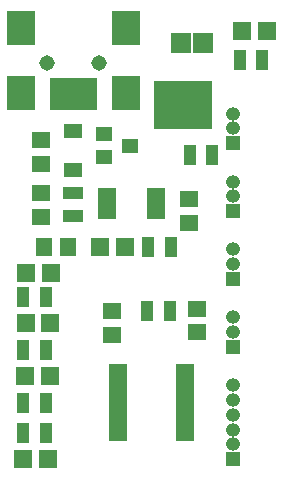
<source format=gts>
%TF.GenerationSoftware,KiCad,Pcbnew,4.0.2-stable*%
%TF.CreationDate,2016-06-26T16:54:10-05:00*%
%TF.ProjectId,knee,6B6E65652E6B696361645F7063620000,rev?*%
%TF.FileFunction,Soldermask,Top*%
%FSLAX46Y46*%
G04 Gerber Fmt 4.6, Leading zero omitted, Abs format (unit mm)*
G04 Created by KiCad (PCBNEW 4.0.2-stable) date 6/26/2016 4:54:10 PM*
%MOMM*%
G01*
G04 APERTURE LIST*
%ADD10C,0.100000*%
%ADD11R,1.600000X0.800000*%
%ADD12R,1.650000X1.400000*%
%ADD13R,1.400000X1.650000*%
%ADD14R,1.598880X1.598880*%
%ADD15R,1.620000X1.310000*%
%ADD16R,2.598420X2.298700*%
%ADD17R,2.398980X2.899360*%
%ADD18C,1.309320*%
%ADD19R,0.900380X2.701240*%
%ADD20R,1.670000X1.670000*%
%ADD21R,1.400760X1.200100*%
%ADD22R,1.700000X1.100000*%
%ADD23R,1.100000X1.700000*%
%ADD24R,1.499820X0.798780*%
%ADD25R,1.200000X1.200000*%
%ADD26O,1.200000X1.200000*%
G04 APERTURE END LIST*
D10*
D11*
X187050000Y-55600000D03*
X187050000Y-56250000D03*
X187050000Y-56900000D03*
X187050000Y-57550000D03*
X191250000Y-57550000D03*
X191250000Y-56900000D03*
X191250000Y-56250000D03*
X191250000Y-55600000D03*
D12*
X181500000Y-57750000D03*
X181500000Y-55750000D03*
X194000000Y-58250000D03*
X194000000Y-56250000D03*
D13*
X183750000Y-60250000D03*
X181750000Y-60250000D03*
D12*
X181500000Y-51250000D03*
X181500000Y-53250000D03*
X194750000Y-65500000D03*
X194750000Y-67500000D03*
X187500000Y-65750000D03*
X187500000Y-67750000D03*
D14*
X200598040Y-42000000D03*
X198500000Y-42000000D03*
D15*
X184250000Y-53770000D03*
X184250000Y-50500000D03*
D14*
X186500000Y-60250000D03*
X188598040Y-60250000D03*
X182250000Y-71250000D03*
X180151960Y-71250000D03*
X182098040Y-78250000D03*
X180000000Y-78250000D03*
D16*
X194750000Y-49199960D03*
X194750000Y-48250000D03*
X194750000Y-47300040D03*
X192352240Y-49199960D03*
X192352240Y-47300040D03*
D17*
X188700080Y-41750900D03*
X188700080Y-47250000D03*
X179799920Y-47250000D03*
X179799920Y-41750900D03*
D18*
X186449640Y-44750640D03*
X182050360Y-44750640D03*
D19*
X182649800Y-47351600D03*
X183449900Y-47351600D03*
X184250000Y-47351600D03*
X185050100Y-47351600D03*
X185850200Y-47351600D03*
D20*
X195250000Y-43000000D03*
X193345000Y-43000000D03*
D21*
X188997140Y-51702500D03*
X186797500Y-52655000D03*
X186797500Y-50750000D03*
D22*
X184250000Y-57650000D03*
X184250000Y-55750000D03*
D23*
X198350000Y-44500000D03*
X200250000Y-44500000D03*
X194100000Y-52500000D03*
X196000000Y-52500000D03*
X190600000Y-60250000D03*
X192500000Y-60250000D03*
X190500000Y-65750000D03*
X192400000Y-65750000D03*
X181900000Y-73500000D03*
X180000000Y-73500000D03*
X181900000Y-76000000D03*
X180000000Y-76000000D03*
D24*
X188000000Y-70553160D03*
X188000000Y-71203400D03*
X188000000Y-71853640D03*
X188000000Y-72503880D03*
X188000000Y-73154120D03*
X188000000Y-73799280D03*
X188000000Y-74449520D03*
X188000000Y-75099760D03*
X188000000Y-75750000D03*
X188000000Y-76400240D03*
X193699760Y-76400240D03*
X193699760Y-75750000D03*
X193699760Y-75099760D03*
X193699760Y-74449520D03*
X193699760Y-73799280D03*
X193699760Y-73154120D03*
X193699760Y-72503880D03*
X193699760Y-71853640D03*
X193699760Y-71203400D03*
X193699760Y-70553160D03*
D14*
X182299020Y-66750000D03*
X180200980Y-66750000D03*
X182348040Y-62500000D03*
X180250000Y-62500000D03*
D25*
X197750000Y-57250000D03*
D26*
X197750000Y-56000000D03*
X197750000Y-54750000D03*
D25*
X197750000Y-78250000D03*
D26*
X197750000Y-77000000D03*
X197750000Y-75750000D03*
X197750000Y-74500000D03*
X197750000Y-73250000D03*
X197750000Y-72000000D03*
D25*
X197750000Y-63000000D03*
D26*
X197750000Y-61750000D03*
X197750000Y-60500000D03*
D25*
X197750000Y-68750000D03*
D26*
X197750000Y-67500000D03*
X197750000Y-66250000D03*
D23*
X181900000Y-69000000D03*
X180000000Y-69000000D03*
X181900000Y-64500000D03*
X180000000Y-64500000D03*
D25*
X197750000Y-51500000D03*
D26*
X197750000Y-50250000D03*
X197750000Y-49000000D03*
M02*

</source>
